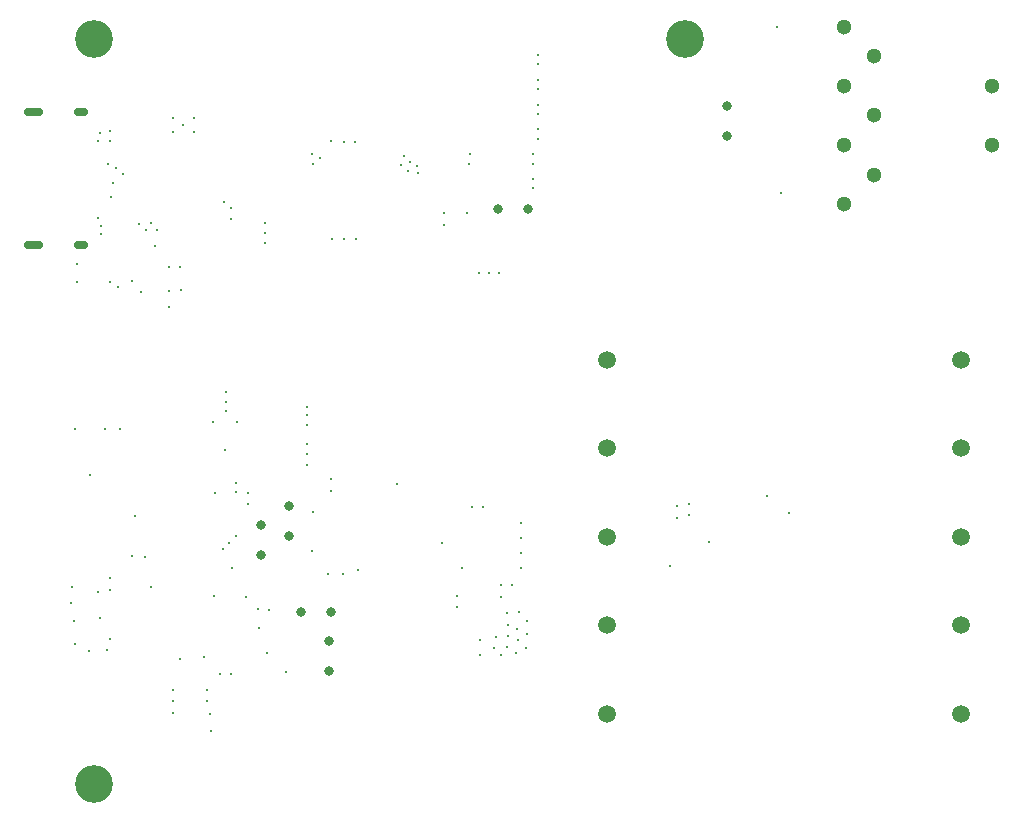
<source format=gbr>
%TF.GenerationSoftware,KiCad,Pcbnew,9.0.1+1*%
%TF.CreationDate,2025-09-08T06:41:38+00:00*%
%TF.ProjectId,c64psu,63363470-7375-42e6-9b69-6361645f7063,rev?*%
%TF.SameCoordinates,Original*%
%TF.FileFunction,Plated,1,4,PTH,Mixed*%
%TF.FilePolarity,Positive*%
%FSLAX46Y46*%
G04 Gerber Fmt 4.6, Leading zero omitted, Abs format (unit mm)*
G04 Created by KiCad (PCBNEW 9.0.1+1) date 2025-09-08 06:41:38*
%MOMM*%
%LPD*%
G01*
G04 APERTURE LIST*
%TA.AperFunction,ViaDrill*%
%ADD10C,0.300000*%
%TD*%
G04 aperture for slot hole*
%TA.AperFunction,ComponentDrill*%
%ADD11C,0.650000*%
%TD*%
%TA.AperFunction,ComponentDrill*%
%ADD12C,0.800000*%
%TD*%
%TA.AperFunction,ComponentDrill*%
%ADD13C,1.300000*%
%TD*%
%TA.AperFunction,ComponentDrill*%
%ADD14C,1.500000*%
%TD*%
%TA.AperFunction,ComponentDrill*%
%ADD15C,3.200000*%
%TD*%
G04 APERTURE END LIST*
D10*
X138034789Y-89679611D03*
X138120200Y-88324200D03*
X138276507Y-91241944D03*
X138323400Y-74944200D03*
X138323400Y-93201000D03*
X138522300Y-62548750D03*
X138527300Y-61038750D03*
X139542600Y-93743611D03*
X139593400Y-78844200D03*
X140304600Y-88781400D03*
X140307085Y-50562617D03*
X140331850Y-57091395D03*
X140498762Y-49899690D03*
X140503893Y-90994456D03*
X140569594Y-57765003D03*
X140579500Y-58488140D03*
X140863400Y-74944200D03*
X141066600Y-93658200D03*
X141127500Y-52516750D03*
X141289958Y-62570008D03*
X141320600Y-87641000D03*
X141320600Y-88601000D03*
X141320600Y-92794600D03*
X141333500Y-49761150D03*
X141333500Y-50573950D03*
X141367500Y-55349750D03*
X141607500Y-54138750D03*
X141822754Y-52912510D03*
X141972586Y-62987169D03*
X142133400Y-74944200D03*
X142458534Y-53398090D03*
X143213100Y-62421750D03*
X143228200Y-85733400D03*
X143454200Y-82329800D03*
X143818100Y-57662976D03*
X143924300Y-63375550D03*
X144260200Y-85835000D03*
X144395672Y-58112274D03*
X144775000Y-88375000D03*
X144836226Y-57520465D03*
X145102500Y-59510000D03*
X145282548Y-58147437D03*
X146287500Y-64656750D03*
X146310724Y-63283560D03*
X146324903Y-61263122D03*
X146631130Y-48684508D03*
X146652601Y-98992200D03*
X146654600Y-97061800D03*
X146659800Y-98027000D03*
X146673671Y-49826047D03*
X147232327Y-61231221D03*
X147264200Y-94420200D03*
X147367023Y-63241024D03*
X147531100Y-49253150D03*
X148417887Y-49804776D03*
X148432067Y-48691598D03*
X149245400Y-94318600D03*
X149522200Y-97061800D03*
X149522200Y-98027000D03*
X149753400Y-99144600D03*
X149855000Y-100516200D03*
X150084899Y-74380500D03*
X150120848Y-89122200D03*
X150214499Y-80397700D03*
X150617000Y-95741000D03*
X150921800Y-85174600D03*
X150934700Y-55755550D03*
X151064199Y-76720200D03*
X151125000Y-72700000D03*
X151125000Y-73500000D03*
X151156092Y-71816415D03*
X151429800Y-84666600D03*
X151540302Y-56263550D03*
X151595100Y-57228750D03*
X151605000Y-95741000D03*
X151683800Y-86777400D03*
X152014000Y-84082400D03*
X152014198Y-79550000D03*
X152014198Y-80340000D03*
X152116899Y-74403300D03*
X152840000Y-89250000D03*
X153003299Y-80397700D03*
X153026099Y-81362900D03*
X153870000Y-90250000D03*
X153960000Y-91830000D03*
X154433265Y-59249852D03*
X154440694Y-57570786D03*
X154474999Y-58375000D03*
X154620000Y-93930000D03*
X154810000Y-90350000D03*
X156230000Y-95590000D03*
X157983504Y-74683571D03*
X157994999Y-73840000D03*
X157996495Y-73098764D03*
X158022475Y-76261883D03*
X158034999Y-77120000D03*
X158035465Y-78041544D03*
X158460000Y-51740000D03*
X158460000Y-85330000D03*
X158490000Y-81970000D03*
X158535728Y-52532220D03*
X159130000Y-52010000D03*
X159760000Y-87260000D03*
X160010000Y-80230000D03*
X160020000Y-79260000D03*
X160074001Y-50619797D03*
X160157760Y-58870423D03*
X161030000Y-87260000D03*
X161094700Y-50724549D03*
X161150000Y-58875000D03*
X162094824Y-50679232D03*
X162175539Y-58862446D03*
X162300000Y-86920000D03*
X165630000Y-79620000D03*
X165971500Y-52605950D03*
X166174700Y-51894750D03*
X166530300Y-53113950D03*
X166682700Y-52402750D03*
X167292300Y-52758350D03*
X167363100Y-53332350D03*
X169460400Y-84665999D03*
X169601100Y-57736750D03*
X169631099Y-56669949D03*
X170742500Y-89140002D03*
X170742500Y-90090001D03*
X171151001Y-86730000D03*
X171559500Y-56722749D03*
X171750508Y-52544481D03*
X171770320Y-51742096D03*
X171950000Y-81560000D03*
X172575000Y-61750000D03*
X172610000Y-94090000D03*
X172632500Y-92840000D03*
X172910000Y-81560000D03*
X173375000Y-61750000D03*
X173830000Y-93520000D03*
X173980000Y-92610000D03*
X174250000Y-61750000D03*
X174410000Y-88230000D03*
X174410000Y-89190000D03*
X174420000Y-94130000D03*
X174950000Y-90530000D03*
X174960000Y-93480000D03*
X174990000Y-91550000D03*
X174990000Y-92530000D03*
X175390000Y-88210000D03*
X175700000Y-93970000D03*
X175790000Y-91900000D03*
X175900000Y-92890000D03*
X175960000Y-90460000D03*
X176101001Y-82920000D03*
X176101001Y-84190000D03*
X176101001Y-85460000D03*
X176101001Y-86730000D03*
X176570000Y-93540000D03*
X176610000Y-92320000D03*
X176650000Y-91200000D03*
X177104954Y-51739555D03*
X177104954Y-53790096D03*
X177119813Y-54592482D03*
X177127243Y-52556800D03*
X177528436Y-43284788D03*
X177528436Y-47541890D03*
X177535865Y-48329416D03*
X177543295Y-44094603D03*
X177543295Y-45454201D03*
X177550724Y-46204580D03*
X177550724Y-49607290D03*
X177550724Y-50424534D03*
X188772800Y-86614000D03*
X189331600Y-81539200D03*
X189331600Y-82499200D03*
X190347600Y-81308000D03*
X190347600Y-82268000D03*
X192043900Y-84531200D03*
X196951600Y-80646000D03*
X197790637Y-40920237D03*
X198095437Y-55040963D03*
X198808100Y-82057200D03*
D11*
%TO.C,J1*%
X134400000Y-48155000D02*
X135300000Y-48155000D01*
X134400000Y-59395000D02*
X135300000Y-59395000D01*
X138600000Y-48155000D02*
X139100000Y-48155000D01*
X138600000Y-59395000D02*
X139100000Y-59395000D01*
D12*
%TO.C,TP1*%
X154120000Y-83130000D03*
X154120000Y-85670000D03*
%TO.C,TP2*%
X156510000Y-81479999D03*
X156510000Y-84019999D03*
%TO.C,TP4*%
X157500000Y-90520000D03*
%TO.C,TP3*%
X159870000Y-92960001D03*
X159870000Y-95500001D03*
%TO.C,TP4*%
X160040000Y-90520000D03*
%TO.C,TP7*%
X174170300Y-56365150D03*
X176710300Y-56365150D03*
%TO.C,TP6*%
X193598800Y-47630399D03*
X193598800Y-50170399D03*
D13*
%TO.C,J2*%
X203480000Y-40940000D03*
X203480000Y-45940000D03*
X203480000Y-50940000D03*
X203480000Y-55940000D03*
X205980000Y-43440000D03*
X205980000Y-48440000D03*
X205980000Y-53440000D03*
X215980000Y-45940000D03*
X215980000Y-50940000D03*
D14*
%TO.C,T1*%
X183370000Y-69110000D03*
X183370000Y-76610000D03*
X183370000Y-84110000D03*
X183370000Y-91610000D03*
X183370000Y-99110000D03*
X213370000Y-69110000D03*
X213370000Y-76610000D03*
X213370000Y-84110000D03*
X213370000Y-91610000D03*
X213370000Y-99110000D03*
D15*
%TO.C,H2*%
X140000000Y-42000000D03*
%TO.C,H3*%
X140000000Y-105000000D03*
%TO.C,H1*%
X190000000Y-42000000D03*
M02*

</source>
